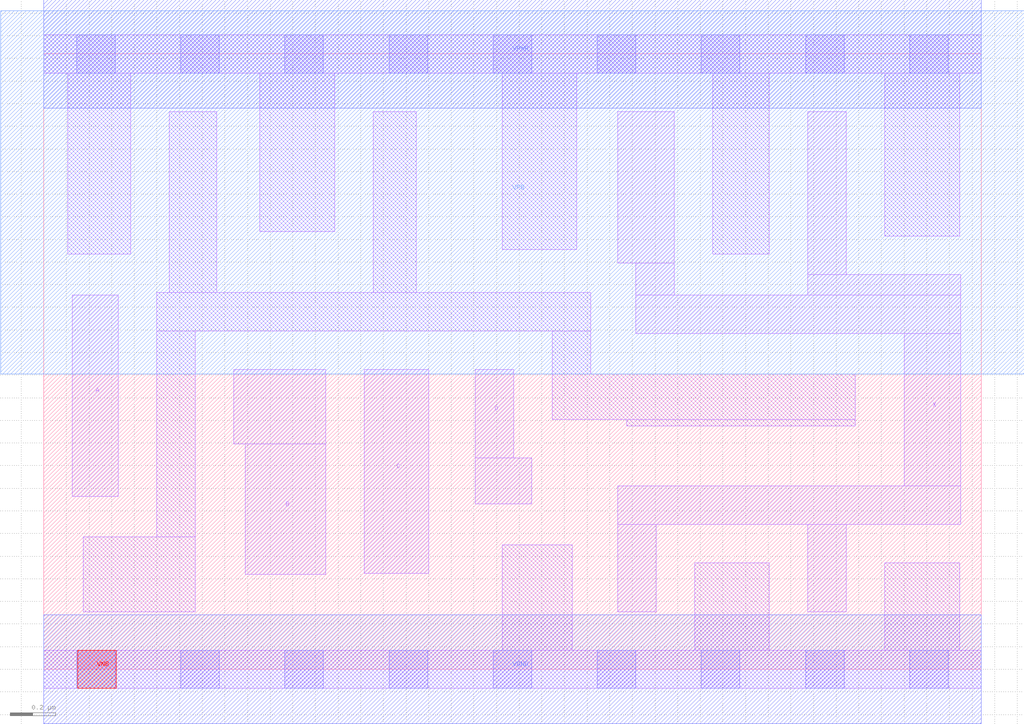
<source format=lef>
# Copyright 2020 The SkyWater PDK Authors
#
# Licensed under the Apache License, Version 2.0 (the "License");
# you may not use this file except in compliance with the License.
# You may obtain a copy of the License at
#
#     https://www.apache.org/licenses/LICENSE-2.0
#
# Unless required by applicable law or agreed to in writing, software
# distributed under the License is distributed on an "AS IS" BASIS,
# WITHOUT WARRANTIES OR CONDITIONS OF ANY KIND, either express or implied.
# See the License for the specific language governing permissions and
# limitations under the License.
#
# SPDX-License-Identifier: Apache-2.0

VERSION 5.7 ;
  NOWIREEXTENSIONATPIN ON ;
  DIVIDERCHAR "/" ;
  BUSBITCHARS "[]" ;
MACRO sky130_fd_sc_hd__and4_4
  CLASS CORE ;
  FOREIGN sky130_fd_sc_hd__and4_4 ;
  ORIGIN  0.000000  0.000000 ;
  SIZE  4.140000 BY  2.720000 ;
  SYMMETRY X Y R90 ;
  SITE unithd ;
  PIN A
    ANTENNAGATEAREA  0.247500 ;
    DIRECTION INPUT ;
    USE SIGNAL ;
    PORT
      LAYER li1 ;
        RECT 0.125000 0.765000 0.330000 1.655000 ;
    END
  END A
  PIN B
    ANTENNAGATEAREA  0.247500 ;
    DIRECTION INPUT ;
    USE SIGNAL ;
    PORT
      LAYER li1 ;
        RECT 0.840000 0.995000 1.245000 1.325000 ;
        RECT 0.890000 0.420000 1.245000 0.995000 ;
    END
  END B
  PIN C
    ANTENNAGATEAREA  0.247500 ;
    DIRECTION INPUT ;
    USE SIGNAL ;
    PORT
      LAYER li1 ;
        RECT 1.415000 0.425000 1.700000 1.325000 ;
    END
  END C
  PIN D
    ANTENNAGATEAREA  0.247500 ;
    DIRECTION INPUT ;
    USE SIGNAL ;
    PORT
      LAYER li1 ;
        RECT 1.905000 0.730000 2.155000 0.935000 ;
        RECT 1.905000 0.935000 2.075000 1.325000 ;
    END
  END D
  PIN X
    ANTENNADIFFAREA  0.891000 ;
    DIRECTION OUTPUT ;
    USE SIGNAL ;
    PORT
      LAYER li1 ;
        RECT 2.535000 0.255000 2.705000 0.640000 ;
        RECT 2.535000 0.640000 4.050000 0.810000 ;
        RECT 2.535000 1.795000 2.785000 2.465000 ;
        RECT 2.615000 1.485000 4.050000 1.655000 ;
        RECT 2.615000 1.655000 2.785000 1.795000 ;
        RECT 3.375000 0.255000 3.545000 0.640000 ;
        RECT 3.375000 1.655000 4.050000 1.745000 ;
        RECT 3.375000 1.745000 3.545000 2.465000 ;
        RECT 3.800000 0.810000 4.050000 1.485000 ;
    END
  END X
  PIN VGND
    DIRECTION INOUT ;
    SHAPE ABUTMENT ;
    USE GROUND ;
    PORT
      LAYER met1 ;
        RECT 0.000000 -0.240000 4.140000 0.240000 ;
    END
  END VGND
  PIN VNB
    DIRECTION INOUT ;
    USE GROUND ;
    PORT
      LAYER pwell ;
        RECT 0.150000 -0.085000 0.320000 0.085000 ;
    END
  END VNB
  PIN VPB
    DIRECTION INOUT ;
    USE POWER ;
    PORT
      LAYER nwell ;
        RECT -0.190000 1.305000 4.330000 2.910000 ;
    END
  END VPB
  PIN VPWR
    DIRECTION INOUT ;
    SHAPE ABUTMENT ;
    USE POWER ;
    PORT
      LAYER met1 ;
        RECT 0.000000 2.480000 4.140000 2.960000 ;
    END
  END VPWR
  OBS
    LAYER li1 ;
      RECT 0.000000 -0.085000 4.140000 0.085000 ;
      RECT 0.000000  2.635000 4.140000 2.805000 ;
      RECT 0.105000  1.835000 0.385000 2.635000 ;
      RECT 0.175000  0.255000 0.670000 0.585000 ;
      RECT 0.500000  0.585000 0.670000 1.495000 ;
      RECT 0.500000  1.495000 2.415000 1.665000 ;
      RECT 0.555000  1.665000 0.765000 2.465000 ;
      RECT 0.955000  1.935000 1.285000 2.635000 ;
      RECT 1.455000  1.665000 1.645000 2.465000 ;
      RECT 2.025000  0.085000 2.335000 0.550000 ;
      RECT 2.025000  1.855000 2.355000 2.635000 ;
      RECT 2.245000  1.105000 3.585000 1.305000 ;
      RECT 2.245000  1.305000 2.415000 1.495000 ;
      RECT 2.575000  1.075000 3.585000 1.105000 ;
      RECT 2.875000  0.085000 3.205000 0.470000 ;
      RECT 2.955000  1.835000 3.205000 2.635000 ;
      RECT 3.715000  0.085000 4.045000 0.470000 ;
      RECT 3.715000  1.915000 4.045000 2.635000 ;
    LAYER mcon ;
      RECT 0.145000 -0.085000 0.315000 0.085000 ;
      RECT 0.145000  2.635000 0.315000 2.805000 ;
      RECT 0.605000 -0.085000 0.775000 0.085000 ;
      RECT 0.605000  2.635000 0.775000 2.805000 ;
      RECT 1.065000 -0.085000 1.235000 0.085000 ;
      RECT 1.065000  2.635000 1.235000 2.805000 ;
      RECT 1.525000 -0.085000 1.695000 0.085000 ;
      RECT 1.525000  2.635000 1.695000 2.805000 ;
      RECT 1.985000 -0.085000 2.155000 0.085000 ;
      RECT 1.985000  2.635000 2.155000 2.805000 ;
      RECT 2.445000 -0.085000 2.615000 0.085000 ;
      RECT 2.445000  2.635000 2.615000 2.805000 ;
      RECT 2.905000 -0.085000 3.075000 0.085000 ;
      RECT 2.905000  2.635000 3.075000 2.805000 ;
      RECT 3.365000 -0.085000 3.535000 0.085000 ;
      RECT 3.365000  2.635000 3.535000 2.805000 ;
      RECT 3.825000 -0.085000 3.995000 0.085000 ;
      RECT 3.825000  2.635000 3.995000 2.805000 ;
  END
END sky130_fd_sc_hd__and4_4
END LIBRARY

</source>
